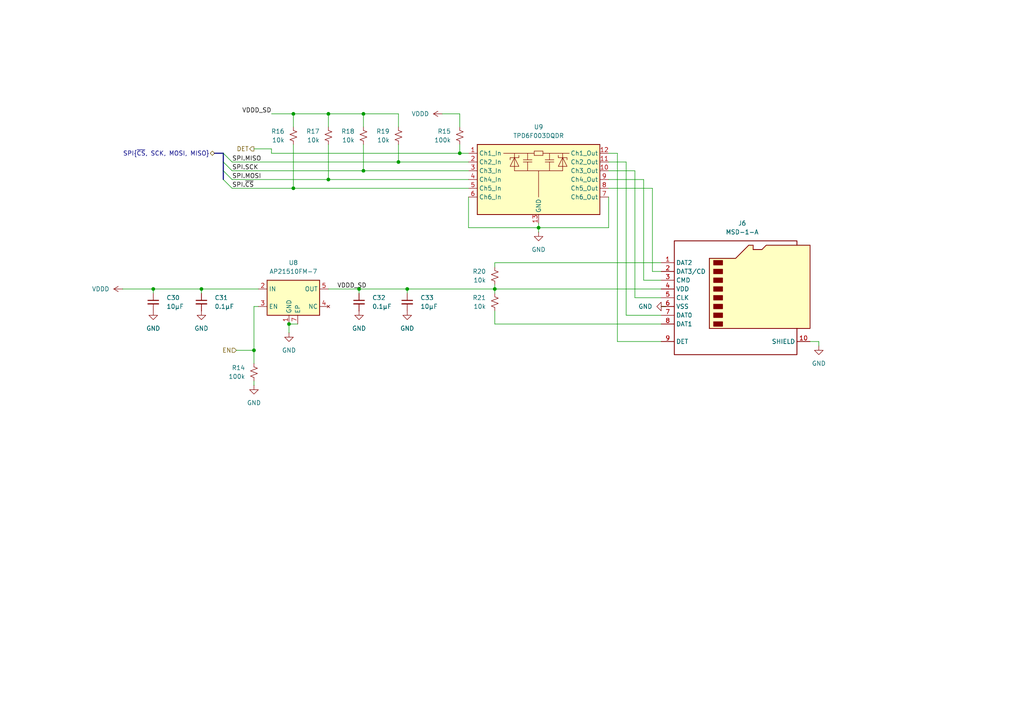
<source format=kicad_sch>
(kicad_sch (version 20250114) (generator "eeschema") (generator_version "9.0")
  (paper "A4")
  (title_block (title "SD Card"))
  (lib_symbols
    (symbol "Connector:Micro_SD_Card_Det1"
      (property "Reference" "J" (at -16.51 17.78 0))
      (property "Value" "Micro_SD_Card_Det1" (at 16.51 17.78 0))
      (symbol "Micro_SD_Card_Det1_0_1"
        (polyline (pts (xy -8.89 -8.89) (xy -8.89 11.43) (xy -1.27 11.43) (xy 2.54 15.24) (xy 3.81 15.24) (xy 3.81 13.97) (xy 6.35 13.97) (xy 7.62 15.24) (xy 20.32 15.24) (xy 20.32 -8.89) (xy -8.89 -8.89)) (stroke (width 0.254)) (fill (type background)))
        (rectangle (start -7.62 10.795) (end -5.08 9.525) (stroke (width 0.254)) (fill (type outline)))
        (rectangle (start -7.62 8.255) (end -5.08 6.985) (stroke (width 0.254)) (fill (type outline)))
        (rectangle (start -7.62 5.715) (end -5.08 4.445) (stroke (width 0.254)) (fill (type outline)))
        (rectangle (start -7.62 3.175) (end -5.08 1.905) (stroke (width 0.254)) (fill (type outline)))
        (rectangle (start -7.62 0.635) (end -5.08 -0.635) (stroke (width 0.254)) (fill (type outline)))
        (rectangle (start -7.62 -1.905) (end -5.08 -3.175) (stroke (width 0.254)) (fill (type outline)))
        (rectangle (start -7.62 -4.445) (end -5.08 -5.715) (stroke (width 0.254)) (fill (type outline)))
        (rectangle (start -7.62 -6.985) (end -5.08 -8.255) (stroke (width 0.254)) (fill (type outline)))
        (polyline (pts (xy 16.51 15.24) (xy 16.51 16.51) (xy -19.05 16.51) (xy -19.05 -16.51) (xy 16.51 -16.51) (xy 16.51 -8.89)) (stroke (width 0.254)))
      )
      (symbol "Micro_SD_Card_Det1_1_1"
        (pin bidirectional line (at -22.86 10.16 0) (length 3.81) (name "DAT2") (number "1"))
        (pin bidirectional line (at -22.86 7.62 0) (length 3.81) (name "DAT3/CD") (number "2"))
        (pin input line (at -22.86 5.08 0) (length 3.81) (name "CMD") (number "3"))
        (pin power_in line (at -22.86 2.54 0) (length 3.81) (name "VDD") (number "4"))
        (pin input line (at -22.86 0 0) (length 3.81) (name "CLK") (number "5"))
        (pin power_in line (at -22.86 -2.54 0) (length 3.81) (name "VSS") (number "6"))
        (pin bidirectional line (at -22.86 -5.08 0) (length 3.81) (name "DAT0") (number "7"))
        (pin bidirectional line (at -22.86 -7.62 0) (length 3.81) (name "DAT1") (number "8"))
        (pin passive line (at -22.86 -12.7 0) (length 3.81) (name "DET") (number "9"))
        (pin passive line (at 20.32 -12.7 180) (length 3.81) (name "SHIELD") (number "10"))
      )
    )
    (symbol "Device:C_Small" (pin_numbers (hide yes)) (pin_names (offset 0.254) (hide yes))
      (property "Reference" "C" (at 0.254 1.778 0))
      (property "Value" "C_Small" (at 0.254 -2.032 0))
      (symbol "C_Small_0_1"
        (polyline (pts (xy -1.524 0.508) (xy 1.524 0.508)) (stroke (width 0.3048)))
        (polyline (pts (xy -1.524 -0.508) (xy 1.524 -0.508)) (stroke (width 0.3302)))
      )
      (symbol "C_Small_1_1"
        (pin passive line (at 0 2.54 270) (length 2.032) (name "~") (number "1"))
        (pin passive line (at 0 -2.54 90) (length 2.032) (name "~") (number "2"))
      )
    )
    (symbol "Device:R_Small_US" (pin_numbers (hide yes)) (pin_names (offset 0.254) (hide yes))
      (property "Reference" "R" (at 0.762 0.508 0))
      (property "Value" "R_Small_US" (at 0.762 -1.016 0))
      (symbol "R_Small_US_1_1"
        (polyline (pts (xy 0 1.524) (xy 1.016 1.143) (xy 0 0.762) (xy -1.016 0.381) (xy 0 0)))
        (polyline (pts (xy 0 0) (xy 1.016 -0.381) (xy 0 -0.762) (xy -1.016 -1.143) (xy 0 -1.524)))
        (pin passive line (at 0 2.54 270) (length 1.016) (name "~") (number "1"))
        (pin passive line (at 0 -2.54 90) (length 1.016) (name "~") (number "2"))
      )
    )
    (symbol "Power_Protection:TPD6F003"
      (property "Reference" "U" (at -17.145 11.43 0))
      (property "Value" "TPD6F003" (at 7.62 12.065 0))
      (symbol "TPD6F003_0_1"
        (rectangle (start -17.78 10.16) (end 17.78 -10.16) (stroke (width 0.254)) (fill (type background)))
        (polyline (pts (xy -6.985 6.35) (xy -6.985 7.62)))
        (polyline (pts (xy -6.985 6.35) (xy -5.715 3.81) (xy -8.255 3.81) (xy -6.985 6.35)))
        (polyline (pts (xy -6.985 3.81) (xy -6.985 6.35) (xy -6.985 2.54)))
        (polyline (pts (xy -6.985 2.54) (xy 6.985 2.54)))
        (polyline (pts (xy -5.715 6.985) (xy -5.715 6.35) (xy -8.255 6.35) (xy -8.255 5.715)))
        (polyline (pts (xy -4.445 5.715) (xy -1.905 5.715)))
        (polyline (pts (xy -3.175 7.62) (xy -3.175 5.715)))
        (polyline (pts (xy -3.175 5.08) (xy -3.175 2.54)))
        (polyline (pts (xy -1.905 5.08) (xy -4.445 5.08)))
        (polyline (pts (xy -1.27 7.62) (xy -10.16 7.62)))
        (polyline (pts (xy -1.27 7.62) (xy -1.27 6.985) (xy 1.27 6.985) (xy 1.27 8.255) (xy -1.27 8.255) (xy -1.27 7.62)))
        (polyline (pts (xy 0 2.54) (xy 0 -5.08)))
        (polyline (pts (xy 1.27 7.62) (xy 8.89 7.62)))
        (polyline (pts (xy 1.905 5.715) (xy 4.445 5.715)))
        (polyline (pts (xy 3.175 7.62) (xy 3.175 5.715)))
        (polyline (pts (xy 3.175 5.08) (xy 3.175 2.54)))
        (polyline (pts (xy 4.445 5.08) (xy 1.905 5.08)))
        (polyline (pts (xy 5.715 6.985) (xy 5.715 6.35) (xy 8.255 6.35) (xy 8.255 5.715)))
        (polyline (pts (xy 6.985 6.35) (xy 6.985 7.62)))
        (polyline (pts (xy 6.985 6.35) (xy 5.715 3.81) (xy 8.255 3.81) (xy 6.985 6.35)))
        (polyline (pts (xy 6.985 3.81) (xy 6.985 6.35) (xy 6.985 2.54)))
      )
      (symbol "TPD6F003_1_1"
        (pin passive line (at -20.32 7.62 0) (length 2.54) (name "Ch1_In") (number "1"))
        (pin passive line (at -20.32 5.08 0) (length 2.54) (name "Ch2_In") (number "2"))
        (pin passive line (at -20.32 2.54 0) (length 2.54) (name "Ch3_In") (number "3"))
        (pin passive line (at -20.32 0 0) (length 2.54) (name "Ch4_In") (number "4"))
        (pin passive line (at -20.32 -2.54 0) (length 2.54) (name "Ch5_In") (number "5"))
        (pin passive line (at -20.32 -5.08 0) (length 2.54) (name "Ch6_In") (number "6"))
        (pin power_in line (at 0 -12.7 90) (length 2.54) (name "GND") (number "13"))
        (pin passive line (at 20.32 7.62 180) (length 2.54) (name "Ch1_Out") (number "12"))
        (pin passive line (at 20.32 5.08 180) (length 2.54) (name "Ch2_Out") (number "11"))
        (pin passive line (at 20.32 2.54 180) (length 2.54) (name "Ch3_Out") (number "10"))
        (pin passive line (at 20.32 0 180) (length 2.54) (name "Ch4_Out") (number "9"))
        (pin passive line (at 20.32 -2.54 180) (length 2.54) (name "Ch5_Out") (number "8"))
        (pin passive line (at 20.32 -5.08 180) (length 2.54) (name "Ch6_Out") (number "7"))
      )
    )
    (symbol "power:GND" (power) (pin_numbers (hide yes)) (pin_names (offset 0) (hide yes))
      (property "Value" "GND" (at 0 -3.81 0))
      (symbol "GND_0_1"
        (polyline (pts (xy 0 0) (xy 0 -1.27) (xy 1.27 -1.27) (xy 0 -2.54) (xy -1.27 -1.27) (xy 0 -1.27)))
      )
      (symbol "GND_1_1"
        (pin power_in line (at 0 0 270) (length 0) (name "~") (number "1"))
      )
    )
    (symbol "power:VCC" (power) (pin_numbers (hide yes)) (pin_names (offset 0) (hide yes))
      (property "Value" "VCC" (at 0 3.556 0))
      (symbol "VCC_0_1"
        (polyline (pts (xy -0.762 1.27) (xy 0 2.54)))
        (polyline (pts (xy 0 2.54) (xy 0.762 1.27)))
        (polyline (pts (xy 0 0) (xy 0 2.54)))
      )
      (symbol "VCC_1_1"
        (pin power_in line (at 0 0 90) (length 0) (name "~") (number "1"))
      )
    )
    (symbol "zeus-le:AP21510FM-7"
      (property "Reference" "U" (at -7.62 -6.35 0))
      (property "Value" "AP21510FM-7" (at -7.62 6.35 0))
      (symbol "AP21510FM-7_0_1"
        (rectangle (start -7.62 5.08) (end 7.62 -5.08) (stroke (width 0.254)) (fill (type background)))
      )
      (symbol "AP21510FM-7_1_1"
        (pin power_in line (at -10.16 2.54 0) (length 2.54) (name "IN") (number "2"))
        (pin input line (at -10.16 -2.54 0) (length 2.54) (name "EN") (number "3"))
        (pin power_in line (at -1.27 -7.62 90) (length 2.54) (name "GND") (number "1"))
        (pin power_in line (at 1.27 -7.62 90) (length 2.54) (name "EP") (number "7"))
        (pin power_out line (at 10.16 2.54 180) (length 2.54) (name "OUT") (number "5"))
        (pin passive line (at 10.16 2.54 180) (length 2.54) (hide yes) (name "OUT") (number "6"))
        (pin no_connect line (at 10.16 -2.54 180) (length 2.54) (name "NC") (number "4"))
      )
    )
  )
  (junction (at 95.25 33.02))
  (junction (at 156.21 66.04))
  (junction (at 133.35 44.45))
  (junction (at 73.66 101.6))
  (junction (at 115.57 46.99))
  (junction (at 85.09 33.02))
  (junction (at 44.45 83.82))
  (junction (at 85.09 54.61))
  (junction (at 105.41 33.02))
  (junction (at 118.11 83.82))
  (junction (at 83.82 93.98))
  (junction (at 95.25 52.07))
  (junction (at 105.41 49.53))
  (junction (at 104.14 83.82))
  (junction (at 58.42 83.82))
  (junction (at 143.51 83.82))
  (bus_entry (at 67.31 49.53) (size -2.54 -2.54))
  (bus_entry (at 67.31 54.61) (size -2.54 -2.54))
  (bus_entry (at 67.31 46.99) (size -2.54 -2.54))
  (bus_entry (at 67.31 52.07) (size -2.54 -2.54))
  (bus (pts (xy 64.77 46.99) (xy 64.77 44.45)))
  (wire (pts (xy 143.51 93.98) (xy 143.51 90.17)))
  (wire (pts (xy 189.23 78.74) (xy 189.23 54.61)))
  (wire (pts (xy 143.51 83.82) (xy 191.77 83.82)))
  (wire (pts (xy 186.69 52.07) (xy 186.69 81.28)))
  (wire (pts (xy 78.74 33.02) (xy 85.09 33.02)))
  (wire (pts (xy 156.21 67.31) (xy 156.21 66.04)))
  (wire (pts (xy 115.57 46.99) (xy 135.89 46.99)))
  (wire (pts (xy 176.53 57.15) (xy 176.53 66.04)))
  (wire (pts (xy 118.11 83.82) (xy 143.51 83.82)))
  (wire (pts (xy 95.25 83.82) (xy 104.14 83.82)))
  (wire (pts (xy 105.41 49.53) (xy 135.89 49.53)))
  (wire (pts (xy 73.66 88.9) (xy 74.93 88.9)))
  (wire (pts (xy 115.57 41.91) (xy 115.57 46.99)))
  (wire (pts (xy 191.77 91.44) (xy 181.61 91.44)))
  (wire (pts (xy 73.66 101.6) (xy 73.66 88.9)))
  (wire (pts (xy 184.15 49.53) (xy 184.15 86.36)))
  (bus (pts (xy 64.77 49.53) (xy 64.77 46.99)))
  (wire (pts (xy 191.77 78.74) (xy 189.23 78.74)))
  (wire (pts (xy 83.82 96.52) (xy 83.82 93.98)))
  (wire (pts (xy 133.35 33.02) (xy 133.35 36.83)))
  (wire (pts (xy 191.77 99.06) (xy 179.07 99.06)))
  (wire (pts (xy 176.53 54.61) (xy 189.23 54.61)))
  (wire (pts (xy 237.49 99.06) (xy 234.95 99.06)))
  (wire (pts (xy 179.07 44.45) (xy 179.07 99.06)))
  (wire (pts (xy 67.31 54.61) (xy 85.09 54.61)))
  (wire (pts (xy 104.14 83.82) (xy 118.11 83.82)))
  (wire (pts (xy 67.31 52.07) (xy 95.25 52.07)))
  (wire (pts (xy 143.51 93.98) (xy 191.77 93.98)))
  (wire (pts (xy 181.61 46.99) (xy 181.61 91.44)))
  (wire (pts (xy 143.51 76.2) (xy 191.77 76.2)))
  (wire (pts (xy 143.51 76.2) (xy 143.51 77.47)))
  (wire (pts (xy 193.04 88.9) (xy 191.77 88.9)))
  (wire (pts (xy 135.89 66.04) (xy 156.21 66.04)))
  (wire (pts (xy 83.82 93.98) (xy 86.36 93.98)))
  (wire (pts (xy 73.66 111.76) (xy 73.66 110.49)))
  (wire (pts (xy 105.41 41.91) (xy 105.41 49.53)))
  (wire (pts (xy 78.74 43.18) (xy 78.74 44.45)))
  (wire (pts (xy 35.56 83.82) (xy 44.45 83.82)))
  (wire (pts (xy 67.31 46.99) (xy 115.57 46.99)))
  (wire (pts (xy 133.35 44.45) (xy 135.89 44.45)))
  (wire (pts (xy 191.77 86.36) (xy 184.15 86.36)))
  (wire (pts (xy 176.53 66.04) (xy 156.21 66.04)))
  (wire (pts (xy 95.25 33.02) (xy 105.41 33.02)))
  (wire (pts (xy 95.25 33.02) (xy 95.25 36.83)))
  (wire (pts (xy 95.25 41.91) (xy 95.25 52.07)))
  (wire (pts (xy 44.45 83.82) (xy 58.42 83.82)))
  (wire (pts (xy 191.77 81.28) (xy 186.69 81.28)))
  (bus (pts (xy 64.77 49.53) (xy 64.77 52.07)))
  (wire (pts (xy 156.21 66.04) (xy 156.21 64.77)))
  (wire (pts (xy 85.09 41.91) (xy 85.09 54.61)))
  (wire (pts (xy 176.53 49.53) (xy 184.15 49.53)))
  (wire (pts (xy 105.41 33.02) (xy 105.41 36.83)))
  (wire (pts (xy 95.25 52.07) (xy 135.89 52.07)))
  (wire (pts (xy 104.14 85.09) (xy 104.14 83.82)))
  (wire (pts (xy 58.42 83.82) (xy 74.93 83.82)))
  (wire (pts (xy 115.57 33.02) (xy 115.57 36.83)))
  (wire (pts (xy 128.27 33.02) (xy 133.35 33.02)))
  (wire (pts (xy 118.11 85.09) (xy 118.11 83.82)))
  (wire (pts (xy 68.58 101.6) (xy 73.66 101.6)))
  (wire (pts (xy 135.89 57.15) (xy 135.89 66.04)))
  (wire (pts (xy 133.35 41.91) (xy 133.35 44.45)))
  (wire (pts (xy 85.09 33.02) (xy 85.09 36.83)))
  (wire (pts (xy 105.41 33.02) (xy 115.57 33.02)))
  (wire (pts (xy 73.66 43.18) (xy 78.74 43.18)))
  (wire (pts (xy 73.66 101.6) (xy 73.66 105.41)))
  (wire (pts (xy 85.09 33.02) (xy 95.25 33.02)))
  (bus (pts (xy 64.77 44.45) (xy 62.23 44.45)))
  (wire (pts (xy 176.53 46.99) (xy 181.61 46.99)))
  (wire (pts (xy 85.09 54.61) (xy 135.89 54.61)))
  (wire (pts (xy 143.51 82.55) (xy 143.51 83.82)))
  (wire (pts (xy 176.53 44.45) (xy 179.07 44.45)))
  (wire (pts (xy 44.45 85.09) (xy 44.45 83.82)))
  (wire (pts (xy 237.49 100.33) (xy 237.49 99.06)))
  (wire (pts (xy 143.51 83.82) (xy 143.51 85.09)))
  (wire (pts (xy 78.74 44.45) (xy 133.35 44.45)))
  (wire (pts (xy 67.31 49.53) (xy 105.41 49.53)))
  (wire (pts (xy 176.53 52.07) (xy 186.69 52.07)))
  (wire (pts (xy 58.42 85.09) (xy 58.42 83.82)))
  (label "SPI.SCK" (at 67.31 49.53 0))
  (label "SPI.MISO" (at 67.31 46.99 0))
  (label "SPI.~{CS}" (at 67.31 54.61 0))
  (label "VDDD_SD" (at 97.79 83.82 0))
  (label "SPI.MOSI" (at 67.31 52.07 0))
  (label "VDDD_SD" (at 78.74 33.02 180))
  (hierarchical_label "EN" (shape input) (at 68.58 101.6 180))
  (hierarchical_label "DET" (shape output) (at 73.66 43.18 180))
  (hierarchical_label "SPI{~{CS}, SCK, MOSI, MISO}" (shape bidirectional) (at 62.23 44.45 180))
  (symbol (lib_id "power:VCC") (at 128.27 33.02 90) (mirror x) (unit 1)
    (property "Reference" "#PWR076" (effects (hide yes)))
    (property "Value" "VDDD" (at 124.46 33.0199 90) (effects (justify left)))
    (property "Description" "Digital supply, 3.4V" (effects (hide yes)))
  )
  (symbol (lib_id "Device:R_Small_US") (at 115.57 39.37 0) (unit 1)
    (property "Reference" "R19" (at 113.03 38.0999 0) (effects (justify right)))
    (property "Value" "10k" (at 113.03 40.6399 0) (effects (justify right)))
    (property "Footprint" "zeus-le:R_0402_1005Metric_Silkscreen_Clearance" (effects (hide yes)))
    (property "Description" "Resistor, pull-up" (effects (hide yes)))
    (property "manf#" "CR0402-JW-103GLF" (effects (hide yes)))
  )
  (symbol (lib_id "zeus-le:AP21510FM-7") (at 85.09 86.36 0) (unit 1)
    (property "Reference" "U8" (at 85.09 76.2 0))
    (property "Value" "AP21510FM-7" (at 85.09 78.74 0))
    (property "Footprint" "zeus-le:Diodes_UDFN2018-6" (effects (hide yes)))
    (property "Datasheet" "https://www.diodes.com/assets/Datasheets/AP21410_21510.pdf" (effects (hide yes)))
    (property "Description" "0.2A Single Channel Current-limited Power Switch" (effects (hide yes)))
    (property "manf#" "AP21510FM-7 " (effects (hide yes)))
  )
  (symbol (lib_id "power:VCC") (at 35.56 83.82 90) (mirror x) (unit 1)
    (property "Reference" "#PWR072" (effects (hide yes)))
    (property "Value" "VDDD" (at 31.75 83.8199 90) (effects (justify left)))
    (property "Description" "Digital supply, 3.4V" (effects (hide yes)))
  )
  (symbol (lib_id "Device:R_Small_US") (at 95.25 39.37 0) (unit 1)
    (property "Reference" "R17" (at 92.71 38.0999 0) (effects (justify right)))
    (property "Value" "10k" (at 92.71 40.6399 0) (effects (justify right)))
    (property "Footprint" "zeus-le:R_0402_1005Metric_Silkscreen_Clearance" (effects (hide yes)))
    (property "Description" "Resistor, pull-up" (effects (hide yes)))
    (property "manf#" "CR0402-JW-103GLF" (effects (hide yes)))
  )
  (symbol (lib_id "Device:R_Small_US") (at 85.09 39.37 0) (unit 1)
    (property "Reference" "R16" (at 82.55 38.0999 0) (effects (justify right)))
    (property "Value" "10k" (at 82.55 40.6399 0) (effects (justify right)))
    (property "Footprint" "zeus-le:R_0402_1005Metric_Silkscreen_Clearance" (effects (hide yes)))
    (property "Description" "Resistor, pull-up" (effects (hide yes)))
    (property "manf#" "CR0402-JW-103GLF" (effects (hide yes)))
  )
  (symbol (lib_id "Device:R_Small_US") (at 73.66 107.95 0) (unit 1)
    (property "Reference" "R14" (at 71.12 106.6799 0) (effects (justify right)))
    (property "Value" "100k" (at 71.12 109.2199 0) (effects (justify right)))
    (property "Footprint" "zeus-le:R_0402_1005Metric_Silkscreen_Clearance" (effects (hide yes)))
    (property "Description" "Resistor, pull-down" (effects (hide yes)))
    (property "manf#" "WR04X1003FTL" (effects (hide yes)))
  )
  (symbol (lib_id "Connector:Micro_SD_Card_Det1") (at 214.63 86.36 0) (unit 1)
    (property "Reference" "J6" (at 215.265 64.77 0))
    (property "Value" "MSD-1-A" (at 215.265 67.31 0))
    (property "Footprint" "zeus-le:microSD_HC_CUI_MSD-1-A" (effects (hide yes)))
    (property "Datasheet" "https://datasheet.lcsc.com/lcsc/2110151630_XKB-Connectivity-XKTF-015-N_C381082.pdf" (effects (hide yes)))
    (property "Description" "Micro SD Card Socket with one card detection pin" (effects (hide yes)))
    (property "manf#" "MSD-1-A" (effects (hide yes)))
  )
  (symbol (lib_id "Device:R_Small_US") (at 133.35 39.37 0) (unit 1)
    (property "Reference" "R15" (at 130.81 38.0999 0) (effects (justify right)))
    (property "Value" "100k" (at 130.81 40.6399 0) (effects (justify right)))
    (property "Footprint" "zeus-le:R_0402_1005Metric_Silkscreen_Clearance" (effects (hide yes)))
    (property "Description" "Resistor, pull-up" (effects (hide yes)))
    (property "manf#" "WR04X1003FTL" (effects (hide yes)))
  )
  (symbol (lib_id "power:GND") (at 83.82 96.52 0) (unit 1)
    (property "Reference" "#PWR077" (effects (hide yes)))
    (property "Value" "GND" (at 83.82 101.6 0))
    (property "Description" "Power symbol creates a global label with name \"GND\" , ground" (effects (hide yes)))
  )
  (symbol (lib_id "Device:C_Small") (at 44.45 87.63 0) (unit 1)
    (property "Reference" "C30" (at 48.26 86.3599 0) (effects (justify left)))
    (property "Value" "10µF" (at 48.26 88.8999 0) (effects (justify left)))
    (property "Footprint" "Capacitor_SMD:C_0603_1608Metric" (effects (hide yes)))
    (property "Description" "Capacitor, decoupling, 10V, X5R" (effects (hide yes)))
    (property "manf#" "GRM188R61A106ME69D" (effects (hide yes)))
  )
  (symbol (lib_id "power:GND") (at 104.14 90.17 0) (unit 1)
    (property "Reference" "#PWR078" (effects (hide yes)))
    (property "Value" "GND" (at 104.14 95.25 0))
    (property "Description" "Power symbol creates a global label with name \"GND\" , ground" (effects (hide yes)))
  )
  (symbol (lib_id "power:GND") (at 237.49 100.33 0) (unit 1)
    (property "Reference" "#PWR082" (effects (hide yes)))
    (property "Value" "GND" (at 237.49 105.41 0))
    (property "Description" "Power symbol creates a global label with name \"GND\" , ground" (effects (hide yes)))
  )
  (symbol (lib_id "power:GND") (at 58.42 90.17 0) (unit 1)
    (property "Reference" "#PWR074" (effects (hide yes)))
    (property "Value" "GND" (at 58.42 95.25 0))
    (property "Description" "Power symbol creates a global label with name \"GND\" , ground" (effects (hide yes)))
  )
  (symbol (lib_id "Device:C_Small") (at 118.11 87.63 0) (unit 1)
    (property "Reference" "C33" (at 121.92 86.3599 0) (effects (justify left)))
    (property "Value" "10µF" (at 121.92 88.8999 0) (effects (justify left)))
    (property "Footprint" "Capacitor_SMD:C_0603_1608Metric" (effects (hide yes)))
    (property "Description" "Capacitor, decoupling, 10V, X5R" (effects (hide yes)))
    (property "manf#" "GRM188R61A106ME69D" (effects (hide yes)))
  )
  (symbol (lib_id "Power_Protection:TPD6F003") (at 156.21 52.07 0) (unit 1)
    (property "Reference" "U9" (at 156.21 36.83 0))
    (property "Value" "TPD6F003DQDR" (at 156.21 39.37 0))
    (property "Footprint" "Package_SON:Texas_R-PWSON-N12_EP0.4x2mm" (effects (hide yes)))
    (property "Datasheet" "http://www.ti.com/lit/ds/symlink/tpd6f003.pdf" (effects (hide yes)))
    (property "Description" "6 channel EMI filters with integrated ESD protection" (effects (hide yes)))
    (property "manf#" "TPD6F003DQDR" (effects (hide yes)))
    (property "digikey#" "296-25802-1-ND" (effects (hide yes)))
  )
  (symbol (lib_id "Device:R_Small_US") (at 143.51 80.01 0) (unit 1)
    (property "Reference" "R20" (at 140.97 78.7399 0) (effects (justify right)))
    (property "Value" "10k" (at 140.97 81.2799 0) (effects (justify right)))
    (property "Footprint" "zeus-le:R_0402_1005Metric_Silkscreen_Clearance" (effects (hide yes)))
    (property "Description" "Resistor, pull-up" (effects (hide yes)))
    (property "manf#" "CR0402-JW-103GLF" (effects (hide yes)))
  )
  (symbol (lib_id "Device:R_Small_US") (at 143.51 87.63 0) (unit 1)
    (property "Reference" "R21" (at 140.97 86.3599 0) (effects (justify right)))
    (property "Value" "10k" (at 140.97 88.8999 0) (effects (justify right)))
    (property "Footprint" "zeus-le:R_0402_1005Metric_Silkscreen_Clearance" (effects (hide yes)))
    (property "Description" "Resistor, pull-up" (effects (hide yes)))
    (property "manf#" "CR0402-JW-103GLF" (effects (hide yes)))
  )
  (symbol (lib_id "Device:R_Small_US") (at 105.41 39.37 0) (unit 1)
    (property "Reference" "R18" (at 102.87 38.0999 0) (effects (justify right)))
    (property "Value" "10k" (at 102.87 40.6399 0) (effects (justify right)))
    (property "Footprint" "zeus-le:R_0402_1005Metric_Silkscreen_Clearance" (effects (hide yes)))
    (property "Description" "Resistor, pull-up" (effects (hide yes)))
    (property "manf#" "CR0402-JW-103GLF" (effects (hide yes)))
  )
  (symbol (lib_id "power:GND") (at 193.04 88.9 270) (unit 1)
    (property "Reference" "#PWR081" (effects (hide yes)))
    (property "Value" "GND" (at 189.23 88.8999 90) (effects (justify right)))
    (property "Description" "Power symbol creates a global label with name \"GND\" , ground" (effects (hide yes)))
  )
  (symbol (lib_id "Device:C_Small") (at 104.14 87.63 0) (unit 1)
    (property "Reference" "C32" (at 107.95 86.3599 0) (effects (justify left)))
    (property "Value" "0.1µF" (at 107.95 88.8999 0) (effects (justify left)))
    (property "Footprint" "zeus-le:C_0402_1005Metric_Silkscreen_Clearance" (effects (hide yes)))
    (property "Description" "Capacitor, decoupling, 25V, X5R" (effects (hide yes)))
    (property "manf#" "CL05A104KA5NNNC" (effects (hide yes)))
  )
  (symbol (lib_id "power:GND") (at 118.11 90.17 0) (unit 1)
    (property "Reference" "#PWR079" (effects (hide yes)))
    (property "Value" "GND" (at 118.11 95.25 0))
    (property "Description" "Power symbol creates a global label with name \"GND\" , ground" (effects (hide yes)))
  )
  (symbol (lib_id "power:GND") (at 156.21 67.31 0) (unit 1)
    (property "Reference" "#PWR080" (effects (hide yes)))
    (property "Value" "GND" (at 156.21 72.39 0))
    (property "Description" "Power symbol creates a global label with name \"GND\" , ground" (effects (hide yes)))
  )
  (symbol (lib_id "Device:C_Small") (at 58.42 87.63 0) (unit 1)
    (property "Reference" "C31" (at 62.23 86.3599 0) (effects (justify left)))
    (property "Value" "0.1µF" (at 62.23 88.8999 0) (effects (justify left)))
    (property "Footprint" "zeus-le:C_0402_1005Metric_Silkscreen_Clearance" (effects (hide yes)))
    (property "Description" "Capacitor, decoupling, 25V, X5R" (effects (hide yes)))
    (property "manf#" "CL05A104KA5NNNC" (effects (hide yes)))
  )
  (symbol (lib_id "power:GND") (at 44.45 90.17 0) (unit 1)
    (property "Reference" "#PWR073" (effects (hide yes)))
    (property "Value" "GND" (at 44.45 95.25 0))
    (property "Description" "Power symbol creates a global label with name \"GND\" , ground" (effects (hide yes)))
  )
  (symbol (lib_id "power:GND") (at 73.66 111.76 0) (unit 1)
    (property "Reference" "#PWR075" (effects (hide yes)))
    (property "Value" "GND" (at 73.66 116.84 0))
    (property "Description" "Power symbol creates a global label with name \"GND\" , ground" (effects (hide yes)))
  )
)
</source>
